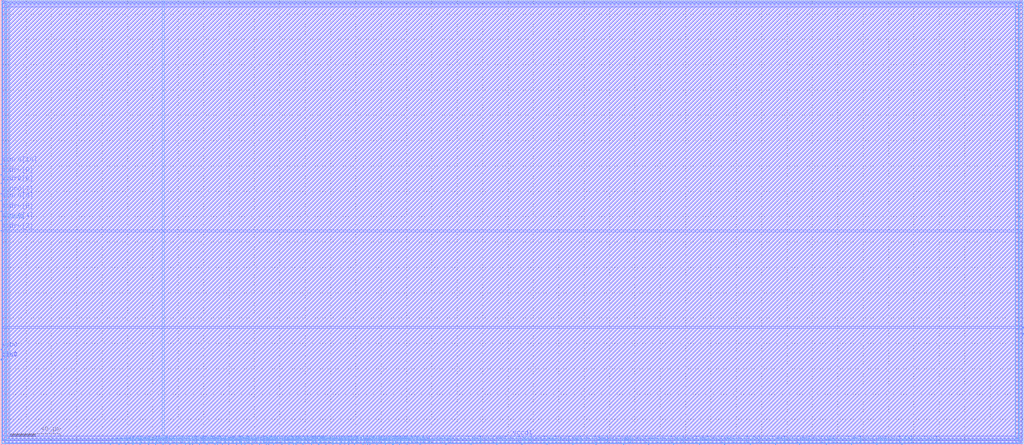
<source format=lef>
VERSION 5.4 ;
NAMESCASESENSITIVE ON ;
BUSBITCHARS "[]" ;
DIVIDERCHAR "/" ;
UNITS
  DATABASE MICRONS 2000 ;
END UNITS
MACRO sky130_sram_4kbyte_1rw_32x1024_8
   CLASS BLOCK ;
   SIZE 806.86 BY 351.26 ;
   SYMMETRY X Y R90 ;
   PIN din0[0]
      DIRECTION INPUT ;
      PORT
         LAYER met4 ;
         RECT  127.84 0.0 128.22 1.06 ;
      END
   END din0[0]
   PIN din0[1]
      DIRECTION INPUT ;
      PORT
         LAYER met4 ;
         RECT  133.28 0.0 133.66 1.06 ;
      END
   END din0[1]
   PIN din0[2]
      DIRECTION INPUT ;
      PORT
         LAYER met4 ;
         RECT  138.72 0.0 139.1 1.06 ;
      END
   END din0[2]
   PIN din0[3]
      DIRECTION INPUT ;
      PORT
         LAYER met4 ;
         RECT  145.52 0.0 145.9 1.06 ;
      END
   END din0[3]
   PIN din0[4]
      DIRECTION INPUT ;
      PORT
         LAYER met4 ;
         RECT  150.96 0.0 151.34 1.06 ;
      END
   END din0[4]
   PIN din0[5]
      DIRECTION INPUT ;
      PORT
         LAYER met4 ;
         RECT  156.4 0.0 156.78 1.06 ;
      END
   END din0[5]
   PIN din0[6]
      DIRECTION INPUT ;
      PORT
         LAYER met4 ;
         RECT  162.52 0.0 162.9 1.06 ;
      END
   END din0[6]
   PIN din0[7]
      DIRECTION INPUT ;
      PORT
         LAYER met4 ;
         RECT  168.64 0.0 169.02 1.06 ;
      END
   END din0[7]
   PIN din0[8]
      DIRECTION INPUT ;
      PORT
         LAYER met4 ;
         RECT  174.76 0.0 175.14 1.06 ;
      END
   END din0[8]
   PIN din0[9]
      DIRECTION INPUT ;
      PORT
         LAYER met4 ;
         RECT  179.52 0.0 179.9 1.06 ;
      END
   END din0[9]
   PIN din0[10]
      DIRECTION INPUT ;
      PORT
         LAYER met4 ;
         RECT  185.64 0.0 186.02 1.06 ;
      END
   END din0[10]
   PIN din0[11]
      DIRECTION INPUT ;
      PORT
         LAYER met4 ;
         RECT  192.44 0.0 192.82 1.06 ;
      END
   END din0[11]
   PIN din0[12]
      DIRECTION INPUT ;
      PORT
         LAYER met4 ;
         RECT  197.88 0.0 198.26 1.06 ;
      END
   END din0[12]
   PIN din0[13]
      DIRECTION INPUT ;
      PORT
         LAYER met4 ;
         RECT  204.0 0.0 204.38 1.06 ;
      END
   END din0[13]
   PIN din0[14]
      DIRECTION INPUT ;
      PORT
         LAYER met4 ;
         RECT  209.44 0.0 209.82 1.06 ;
      END
   END din0[14]
   PIN din0[15]
      DIRECTION INPUT ;
      PORT
         LAYER met4 ;
         RECT  214.88 0.0 215.26 1.06 ;
      END
   END din0[15]
   PIN din0[16]
      DIRECTION INPUT ;
      PORT
         LAYER met4 ;
         RECT  221.68 0.0 222.06 1.06 ;
      END
   END din0[16]
   PIN din0[17]
      DIRECTION INPUT ;
      PORT
         LAYER met4 ;
         RECT  227.12 0.0 227.5 1.06 ;
      END
   END din0[17]
   PIN din0[18]
      DIRECTION INPUT ;
      PORT
         LAYER met4 ;
         RECT  232.56 0.0 232.94 1.06 ;
      END
   END din0[18]
   PIN din0[19]
      DIRECTION INPUT ;
      PORT
         LAYER met4 ;
         RECT  238.0 0.0 238.38 1.06 ;
      END
   END din0[19]
   PIN din0[20]
      DIRECTION INPUT ;
      PORT
         LAYER met4 ;
         RECT  244.8 0.0 245.18 1.06 ;
      END
   END din0[20]
   PIN din0[21]
      DIRECTION INPUT ;
      PORT
         LAYER met4 ;
         RECT  250.24 0.0 250.62 1.06 ;
      END
   END din0[21]
   PIN din0[22]
      DIRECTION INPUT ;
      PORT
         LAYER met4 ;
         RECT  256.36 0.0 256.74 1.06 ;
      END
   END din0[22]
   PIN din0[23]
      DIRECTION INPUT ;
      PORT
         LAYER met4 ;
         RECT  261.8 0.0 262.18 1.06 ;
      END
   END din0[23]
   PIN din0[24]
      DIRECTION INPUT ;
      PORT
         LAYER met4 ;
         RECT  267.24 0.0 267.62 1.06 ;
      END
   END din0[24]
   PIN din0[25]
      DIRECTION INPUT ;
      PORT
         LAYER met4 ;
         RECT  274.04 0.0 274.42 1.06 ;
      END
   END din0[25]
   PIN din0[26]
      DIRECTION INPUT ;
      PORT
         LAYER met4 ;
         RECT  278.8 0.0 279.18 1.06 ;
      END
   END din0[26]
   PIN din0[27]
      DIRECTION INPUT ;
      PORT
         LAYER met4 ;
         RECT  285.6 0.0 285.98 1.06 ;
      END
   END din0[27]
   PIN din0[28]
      DIRECTION INPUT ;
      PORT
         LAYER met4 ;
         RECT  291.04 0.0 291.42 1.06 ;
      END
   END din0[28]
   PIN din0[29]
      DIRECTION INPUT ;
      PORT
         LAYER met4 ;
         RECT  296.48 0.0 296.86 1.06 ;
      END
   END din0[29]
   PIN din0[30]
      DIRECTION INPUT ;
      PORT
         LAYER met4 ;
         RECT  303.28 0.0 303.66 1.06 ;
      END
   END din0[30]
   PIN din0[31]
      DIRECTION INPUT ;
      PORT
         LAYER met4 ;
         RECT  309.4 0.0 309.78 1.06 ;
      END
   END din0[31]
   PIN din0[32]
      DIRECTION INPUT ;
      PORT
         LAYER met4 ;
         RECT  314.16 0.0 314.54 1.06 ;
      END
   END din0[32]
   PIN addr0[0]
      DIRECTION INPUT ;
      PORT
         LAYER met4 ;
         RECT  86.36 0.0 86.74 1.06 ;
      END
   END addr0[0]
   PIN addr0[1]
      DIRECTION INPUT ;
      PORT
         LAYER met4 ;
         RECT  93.16 0.0 93.54 1.06 ;
      END
   END addr0[1]
   PIN addr0[2]
      DIRECTION INPUT ;
      PORT
         LAYER met4 ;
         RECT  98.6 0.0 98.98 1.06 ;
      END
   END addr0[2]
   PIN addr0[3]
      DIRECTION INPUT ;
      PORT
         LAYER met3 ;
         RECT  0.0 168.64 1.06 169.02 ;
      END
   END addr0[3]
   PIN addr0[4]
      DIRECTION INPUT ;
      PORT
         LAYER met3 ;
         RECT  0.0 176.8 1.06 177.18 ;
      END
   END addr0[4]
   PIN addr0[5]
      DIRECTION INPUT ;
      PORT
         LAYER met3 ;
         RECT  0.0 184.28 1.06 184.66 ;
      END
   END addr0[5]
   PIN addr0[6]
      DIRECTION INPUT ;
      PORT
         LAYER met3 ;
         RECT  0.0 192.44 1.06 192.82 ;
      END
   END addr0[6]
   PIN addr0[7]
      DIRECTION INPUT ;
      PORT
         LAYER met3 ;
         RECT  0.0 197.88 1.06 198.26 ;
      END
   END addr0[7]
   PIN addr0[8]
      DIRECTION INPUT ;
      PORT
         LAYER met3 ;
         RECT  0.0 206.04 1.06 206.42 ;
      END
   END addr0[8]
   PIN addr0[9]
      DIRECTION INPUT ;
      PORT
         LAYER met3 ;
         RECT  0.0 212.84 1.06 213.22 ;
      END
   END addr0[9]
   PIN addr0[10]
      DIRECTION INPUT ;
      PORT
         LAYER met3 ;
         RECT  0.0 221.0 1.06 221.38 ;
      END
   END addr0[10]
   PIN csb0
      DIRECTION INPUT ;
      PORT
         LAYER met3 ;
         RECT  0.0 66.64 1.06 67.02 ;
      END
   END csb0
   PIN web0
      DIRECTION INPUT ;
      PORT
         LAYER met3 ;
         RECT  0.0 74.8 1.06 75.18 ;
      END
   END web0
   PIN clk0
      DIRECTION INPUT ;
      PORT
         LAYER met3 ;
         RECT  0.0 67.32 1.06 67.7 ;
      END
   END clk0
   PIN wmask0[0]
      DIRECTION INPUT ;
      PORT
         LAYER met4 ;
         RECT  104.04 0.0 104.42 1.06 ;
      END
   END wmask0[0]
   PIN wmask0[1]
      DIRECTION INPUT ;
      PORT
         LAYER met4 ;
         RECT  109.48 0.0 109.86 1.06 ;
      END
   END wmask0[1]
   PIN wmask0[2]
      DIRECTION INPUT ;
      PORT
         LAYER met4 ;
         RECT  116.28 0.0 116.66 1.06 ;
      END
   END wmask0[2]
   PIN wmask0[3]
      DIRECTION INPUT ;
      PORT
         LAYER met4 ;
         RECT  121.72 0.0 122.1 1.06 ;
      END
   END wmask0[3]
   PIN spare_wen0
      DIRECTION INPUT ;
      PORT
         LAYER met4 ;
         RECT  320.28 0.0 320.66 1.06 ;
      END
   END spare_wen0
   PIN dout0[0]
      DIRECTION OUTPUT ;
      PORT
         LAYER met4 ;
         RECT  148.92 0.0 149.3 1.06 ;
      END
   END dout0[0]
   PIN dout0[1]
      DIRECTION OUTPUT ;
      PORT
         LAYER met4 ;
         RECT  170.68 0.0 171.06 1.06 ;
      END
   END dout0[1]
   PIN dout0[2]
      DIRECTION OUTPUT ;
      PORT
         LAYER met4 ;
         RECT  189.72 0.0 190.1 1.06 ;
      END
   END dout0[2]
   PIN dout0[3]
      DIRECTION OUTPUT ;
      PORT
         LAYER met4 ;
         RECT  210.8 0.0 211.18 1.06 ;
      END
   END dout0[3]
   PIN dout0[4]
      DIRECTION OUTPUT ;
      PORT
         LAYER met4 ;
         RECT  230.52 0.0 230.9 1.06 ;
      END
   END dout0[4]
   PIN dout0[5]
      DIRECTION OUTPUT ;
      PORT
         LAYER met4 ;
         RECT  250.92 0.0 251.3 1.06 ;
      END
   END dout0[5]
   PIN dout0[6]
      DIRECTION OUTPUT ;
      PORT
         LAYER met4 ;
         RECT  270.64 0.0 271.02 1.06 ;
      END
   END dout0[6]
   PIN dout0[7]
      DIRECTION OUTPUT ;
      PORT
         LAYER met4 ;
         RECT  289.0 0.0 289.38 1.06 ;
      END
   END dout0[7]
   PIN dout0[8]
      DIRECTION OUTPUT ;
      PORT
         LAYER met4 ;
         RECT  308.72 0.0 309.1 1.06 ;
      END
   END dout0[8]
   PIN dout0[9]
      DIRECTION OUTPUT ;
      PORT
         LAYER met4 ;
         RECT  330.48 0.0 330.86 1.06 ;
      END
   END dout0[9]
   PIN dout0[10]
      DIRECTION OUTPUT ;
      PORT
         LAYER met4 ;
         RECT  350.88 0.0 351.26 1.06 ;
      END
   END dout0[10]
   PIN dout0[11]
      DIRECTION OUTPUT ;
      PORT
         LAYER met4 ;
         RECT  370.6 0.0 370.98 1.06 ;
      END
   END dout0[11]
   PIN dout0[12]
      DIRECTION OUTPUT ;
      PORT
         LAYER met4 ;
         RECT  391.0 0.0 391.38 1.06 ;
      END
   END dout0[12]
   PIN dout0[13]
      DIRECTION OUTPUT ;
      PORT
         LAYER met4 ;
         RECT  410.72 0.0 411.1 1.06 ;
      END
   END dout0[13]
   PIN dout0[14]
      DIRECTION OUTPUT ;
      PORT
         LAYER met4 ;
         RECT  430.44 0.0 430.82 1.06 ;
      END
   END dout0[14]
   PIN dout0[15]
      DIRECTION OUTPUT ;
      PORT
         LAYER met4 ;
         RECT  450.84 0.0 451.22 1.06 ;
      END
   END dout0[15]
   PIN dout0[16]
      DIRECTION OUTPUT ;
      PORT
         LAYER met4 ;
         RECT  469.2 0.0 469.58 1.06 ;
      END
   END dout0[16]
   PIN dout0[17]
      DIRECTION OUTPUT ;
      PORT
         LAYER met4 ;
         RECT  490.96 0.0 491.34 1.06 ;
      END
   END dout0[17]
   PIN dout0[18]
      DIRECTION OUTPUT ;
      PORT
         LAYER met4 ;
         RECT  510.68 0.0 511.06 1.06 ;
      END
   END dout0[18]
   PIN dout0[19]
      DIRECTION OUTPUT ;
      PORT
         LAYER met4 ;
         RECT  530.4 0.0 530.78 1.06 ;
      END
   END dout0[19]
   PIN dout0[20]
      DIRECTION OUTPUT ;
      PORT
         LAYER met4 ;
         RECT  550.8 0.0 551.18 1.06 ;
      END
   END dout0[20]
   PIN dout0[21]
      DIRECTION OUTPUT ;
      PORT
         LAYER met4 ;
         RECT  570.52 0.0 570.9 1.06 ;
      END
   END dout0[21]
   PIN dout0[22]
      DIRECTION OUTPUT ;
      PORT
         LAYER met4 ;
         RECT  590.92 0.0 591.3 1.06 ;
      END
   END dout0[22]
   PIN dout0[23]
      DIRECTION OUTPUT ;
      PORT
         LAYER met4 ;
         RECT  610.64 0.0 611.02 1.06 ;
      END
   END dout0[23]
   PIN dout0[24]
      DIRECTION OUTPUT ;
      PORT
         LAYER met4 ;
         RECT  629.68 0.0 630.06 1.06 ;
      END
   END dout0[24]
   PIN dout0[25]
      DIRECTION OUTPUT ;
      PORT
         LAYER met4 ;
         RECT  650.76 0.0 651.14 1.06 ;
      END
   END dout0[25]
   PIN dout0[26]
      DIRECTION OUTPUT ;
      PORT
         LAYER met4 ;
         RECT  670.48 0.0 670.86 1.06 ;
      END
   END dout0[26]
   PIN dout0[27]
      DIRECTION OUTPUT ;
      PORT
         LAYER met4 ;
         RECT  690.88 0.0 691.26 1.06 ;
      END
   END dout0[27]
   PIN dout0[28]
      DIRECTION OUTPUT ;
      PORT
         LAYER met4 ;
         RECT  710.6 0.0 710.98 1.06 ;
      END
   END dout0[28]
   PIN dout0[29]
      DIRECTION OUTPUT ;
      PORT
         LAYER met3 ;
         RECT  805.8 92.48 806.86 92.86 ;
      END
   END dout0[29]
   PIN dout0[30]
      DIRECTION OUTPUT ;
      PORT
         LAYER met3 ;
         RECT  805.8 91.8 806.86 92.18 ;
      END
   END dout0[30]
   PIN dout0[31]
      DIRECTION OUTPUT ;
      PORT
         LAYER met3 ;
         RECT  805.8 87.04 806.86 87.42 ;
      END
   END dout0[31]
   PIN dout0[32]
      DIRECTION OUTPUT ;
      PORT
         LAYER met3 ;
         RECT  805.8 87.72 806.86 88.1 ;
      END
   END dout0[32]
   PIN vccd1
      DIRECTION INOUT ;
      USE POWER ; 
      SHAPE ABUTMENT ; 
      PORT
         LAYER met3 ;
         RECT  4.76 346.12 802.1 347.86 ;
         LAYER met4 ;
         RECT  4.76 4.76 6.5 347.86 ;
         LAYER met3 ;
         RECT  4.76 4.76 802.1 6.5 ;
         LAYER met4 ;
         RECT  800.36 4.76 802.1 347.86 ;
      END
   END vccd1
   PIN vssd1
      DIRECTION INOUT ;
      USE GROUND ; 
      SHAPE ABUTMENT ; 
      PORT
         LAYER met4 ;
         RECT  803.76 1.36 805.5 351.26 ;
         LAYER met4 ;
         RECT  1.36 1.36 3.1 351.26 ;
         LAYER met3 ;
         RECT  1.36 1.36 805.5 3.1 ;
         LAYER met3 ;
         RECT  1.36 349.52 805.5 351.26 ;
      END
   END vssd1
   OBS
   LAYER  met1 ;
      RECT  0.62 0.62 806.24 350.64 ;
   LAYER  met2 ;
      RECT  0.62 0.62 806.24 350.64 ;
   LAYER  met3 ;
      RECT  1.66 168.04 806.24 169.62 ;
      RECT  0.62 169.62 1.66 176.2 ;
      RECT  0.62 177.78 1.66 183.68 ;
      RECT  0.62 185.26 1.66 191.84 ;
      RECT  0.62 193.42 1.66 197.28 ;
      RECT  0.62 198.86 1.66 205.44 ;
      RECT  0.62 207.02 1.66 212.24 ;
      RECT  0.62 213.82 1.66 220.4 ;
      RECT  0.62 75.78 1.66 168.04 ;
      RECT  0.62 68.3 1.66 74.2 ;
      RECT  1.66 91.88 805.2 93.46 ;
      RECT  1.66 93.46 805.2 168.04 ;
      RECT  805.2 93.46 806.24 168.04 ;
      RECT  805.2 88.7 806.24 91.2 ;
      RECT  1.66 169.62 4.16 345.52 ;
      RECT  1.66 345.52 4.16 348.46 ;
      RECT  4.16 169.62 802.7 345.52 ;
      RECT  802.7 169.62 806.24 345.52 ;
      RECT  802.7 345.52 806.24 348.46 ;
      RECT  1.66 4.16 4.16 7.1 ;
      RECT  1.66 7.1 4.16 91.88 ;
      RECT  4.16 7.1 802.7 91.88 ;
      RECT  802.7 4.16 805.2 7.1 ;
      RECT  802.7 7.1 805.2 91.88 ;
      RECT  0.62 0.62 0.76 0.76 ;
      RECT  0.62 0.76 0.76 3.7 ;
      RECT  0.62 3.7 0.76 66.04 ;
      RECT  0.76 0.62 1.66 0.76 ;
      RECT  0.76 3.7 1.66 66.04 ;
      RECT  805.2 0.62 806.1 0.76 ;
      RECT  805.2 3.7 806.1 86.44 ;
      RECT  806.1 0.62 806.24 0.76 ;
      RECT  806.1 0.76 806.24 3.7 ;
      RECT  806.1 3.7 806.24 86.44 ;
      RECT  1.66 0.62 4.16 0.76 ;
      RECT  1.66 3.7 4.16 4.16 ;
      RECT  4.16 0.62 802.7 0.76 ;
      RECT  4.16 3.7 802.7 4.16 ;
      RECT  802.7 0.62 805.2 0.76 ;
      RECT  802.7 3.7 805.2 4.16 ;
      RECT  0.62 221.98 0.76 348.92 ;
      RECT  0.62 348.92 0.76 350.64 ;
      RECT  0.76 221.98 1.66 348.92 ;
      RECT  1.66 348.46 4.16 348.92 ;
      RECT  4.16 348.46 802.7 348.92 ;
      RECT  802.7 348.46 806.1 348.92 ;
      RECT  806.1 348.46 806.24 348.92 ;
      RECT  806.1 348.92 806.24 350.64 ;
   LAYER  met4 ;
      RECT  127.24 1.66 128.82 350.64 ;
      RECT  128.82 0.62 132.68 1.66 ;
      RECT  134.26 0.62 138.12 1.66 ;
      RECT  139.7 0.62 144.92 1.66 ;
      RECT  151.94 0.62 155.8 1.66 ;
      RECT  157.38 0.62 161.92 1.66 ;
      RECT  163.5 0.62 168.04 1.66 ;
      RECT  175.74 0.62 178.92 1.66 ;
      RECT  180.5 0.62 185.04 1.66 ;
      RECT  193.42 0.62 197.28 1.66 ;
      RECT  198.86 0.62 203.4 1.66 ;
      RECT  204.98 0.62 208.84 1.66 ;
      RECT  215.86 0.62 221.08 1.66 ;
      RECT  222.66 0.62 226.52 1.66 ;
      RECT  233.54 0.62 237.4 1.66 ;
      RECT  238.98 0.62 244.2 1.66 ;
      RECT  245.78 0.62 249.64 1.66 ;
      RECT  257.34 0.62 261.2 1.66 ;
      RECT  262.78 0.62 266.64 1.66 ;
      RECT  275.02 0.62 278.2 1.66 ;
      RECT  279.78 0.62 285.0 1.66 ;
      RECT  292.02 0.62 295.88 1.66 ;
      RECT  297.46 0.62 302.68 1.66 ;
      RECT  310.38 0.62 313.56 1.66 ;
      RECT  87.34 0.62 92.56 1.66 ;
      RECT  94.14 0.62 98.0 1.66 ;
      RECT  99.58 0.62 103.44 1.66 ;
      RECT  105.02 0.62 108.88 1.66 ;
      RECT  110.46 0.62 115.68 1.66 ;
      RECT  117.26 0.62 121.12 1.66 ;
      RECT  122.7 0.62 127.24 1.66 ;
      RECT  315.14 0.62 319.68 1.66 ;
      RECT  146.5 0.62 148.32 1.66 ;
      RECT  149.9 0.62 150.36 1.66 ;
      RECT  169.62 0.62 170.08 1.66 ;
      RECT  171.66 0.62 174.16 1.66 ;
      RECT  186.62 0.62 189.12 1.66 ;
      RECT  190.7 0.62 191.84 1.66 ;
      RECT  211.78 0.62 214.28 1.66 ;
      RECT  228.1 0.62 229.92 1.66 ;
      RECT  231.5 0.62 231.96 1.66 ;
      RECT  251.9 0.62 255.76 1.66 ;
      RECT  268.22 0.62 270.04 1.66 ;
      RECT  271.62 0.62 273.44 1.66 ;
      RECT  286.58 0.62 288.4 1.66 ;
      RECT  289.98 0.62 290.44 1.66 ;
      RECT  304.26 0.62 308.12 1.66 ;
      RECT  321.26 0.62 329.88 1.66 ;
      RECT  331.46 0.62 350.28 1.66 ;
      RECT  351.86 0.62 370.0 1.66 ;
      RECT  371.58 0.62 390.4 1.66 ;
      RECT  391.98 0.62 410.12 1.66 ;
      RECT  411.7 0.62 429.84 1.66 ;
      RECT  431.42 0.62 450.24 1.66 ;
      RECT  451.82 0.62 468.6 1.66 ;
      RECT  470.18 0.62 490.36 1.66 ;
      RECT  491.94 0.62 510.08 1.66 ;
      RECT  511.66 0.62 529.8 1.66 ;
      RECT  531.38 0.62 550.2 1.66 ;
      RECT  551.78 0.62 569.92 1.66 ;
      RECT  571.5 0.62 590.32 1.66 ;
      RECT  591.9 0.62 610.04 1.66 ;
      RECT  611.62 0.62 629.08 1.66 ;
      RECT  630.66 0.62 650.16 1.66 ;
      RECT  651.74 0.62 669.88 1.66 ;
      RECT  671.46 0.62 690.28 1.66 ;
      RECT  691.86 0.62 710.0 1.66 ;
      RECT  4.16 1.66 7.1 4.16 ;
      RECT  4.16 348.46 7.1 350.64 ;
      RECT  7.1 1.66 127.24 4.16 ;
      RECT  7.1 4.16 127.24 348.46 ;
      RECT  7.1 348.46 127.24 350.64 ;
      RECT  128.82 1.66 799.76 4.16 ;
      RECT  128.82 4.16 799.76 348.46 ;
      RECT  128.82 348.46 799.76 350.64 ;
      RECT  799.76 1.66 802.7 4.16 ;
      RECT  799.76 348.46 802.7 350.64 ;
      RECT  711.58 0.62 803.16 0.76 ;
      RECT  711.58 0.76 803.16 1.66 ;
      RECT  803.16 0.62 806.1 0.76 ;
      RECT  806.1 0.62 806.24 0.76 ;
      RECT  806.1 0.76 806.24 1.66 ;
      RECT  802.7 1.66 803.16 4.16 ;
      RECT  806.1 1.66 806.24 4.16 ;
      RECT  802.7 4.16 803.16 348.46 ;
      RECT  806.1 4.16 806.24 348.46 ;
      RECT  802.7 348.46 803.16 350.64 ;
      RECT  806.1 348.46 806.24 350.64 ;
      RECT  0.62 0.62 0.76 0.76 ;
      RECT  0.62 0.76 0.76 1.66 ;
      RECT  0.76 0.62 3.7 0.76 ;
      RECT  3.7 0.62 85.76 0.76 ;
      RECT  3.7 0.76 85.76 1.66 ;
      RECT  0.62 1.66 0.76 4.16 ;
      RECT  3.7 1.66 4.16 4.16 ;
      RECT  0.62 4.16 0.76 348.46 ;
      RECT  3.7 4.16 4.16 348.46 ;
      RECT  0.62 348.46 0.76 350.64 ;
      RECT  3.7 348.46 4.16 350.64 ;
   END
END    sky130_sram_4kbyte_1rw_32x1024_8
END    LIBRARY

</source>
